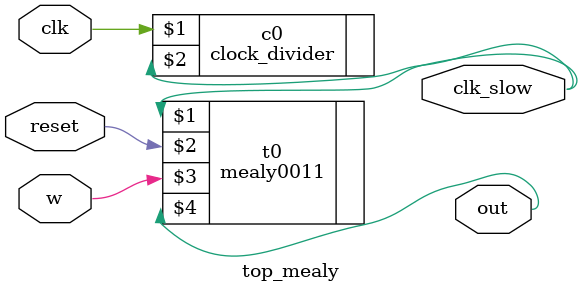
<source format=v>
`timescale 1ns / 1ps

module top_mealy(w,clk,reset,out,clk_slow);
input w,clk,reset; // w is serial input given sampled at every clock edge
output out;
output clk_slow;
clock_divider c0(clk,clk_slow);
mealy0011 t0(clk_slow,reset,w,out);
endmodule
</source>
